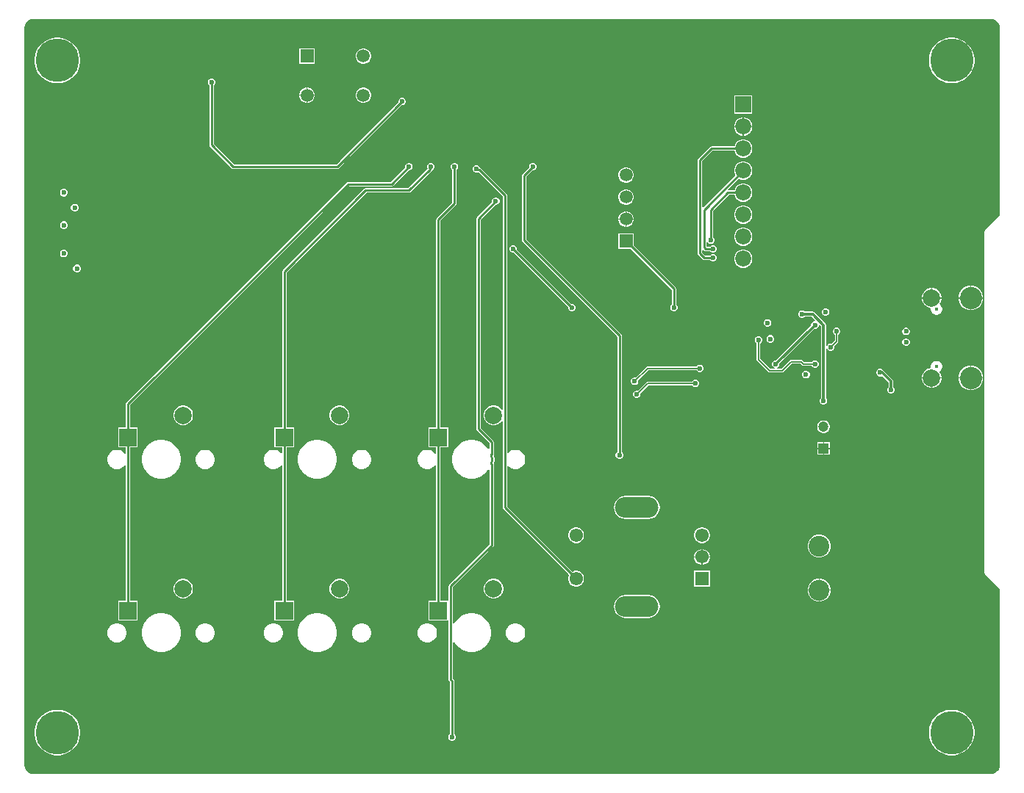
<source format=gbl>
G04*
G04 #@! TF.GenerationSoftware,Altium Limited,Altium Designer,23.1.1 (15)*
G04*
G04 Layer_Physical_Order=2*
G04 Layer_Color=16711680*
%FSLAX44Y44*%
%MOMM*%
G71*
G04*
G04 #@! TF.SameCoordinates,71942028-349F-4B58-9001-873325432457*
G04*
G04*
G04 #@! TF.FilePolarity,Positive*
G04*
G01*
G75*
%ADD14C,0.1500*%
%ADD15C,0.2500*%
%ADD54R,1.2000X1.2000*%
%ADD55C,1.2000*%
G04:AMPARAMS|DCode=59|XSize=2.4mm|YSize=5mm|CornerRadius=1.2mm|HoleSize=0mm|Usage=FLASHONLY|Rotation=90.000|XOffset=0mm|YOffset=0mm|HoleType=Round|Shape=RoundedRectangle|*
%AMROUNDEDRECTD59*
21,1,2.4000,2.6000,0,0,90.0*
21,1,0.0000,5.0000,0,0,90.0*
1,1,2.4000,1.3000,0.0000*
1,1,2.4000,1.3000,0.0000*
1,1,2.4000,-1.3000,0.0000*
1,1,2.4000,-1.3000,0.0000*
%
%ADD59ROUNDEDRECTD59*%
%ADD60C,1.5500*%
%ADD61R,1.5500X1.5500*%
%ADD62C,1.8400*%
%ADD63R,1.8400X1.8400*%
%ADD70C,0.3000*%
%ADD72C,2.5650*%
%ADD73C,2.0000*%
%ADD74C,0.4000*%
%ADD75C,2.4000*%
%ADD76C,1.5000*%
%ADD77R,1.5000X1.5000*%
%ADD78R,2.0000X2.0000*%
%ADD79R,1.5000X1.5000*%
%ADD80C,0.6000*%
%ADD81C,5.0000*%
G36*
X1074800Y822961D02*
X1075850D01*
X1077910Y822551D01*
X1079850Y821748D01*
X1081596Y820581D01*
X1083081Y819096D01*
X1084248Y817350D01*
X1085051Y815410D01*
X1085461Y813350D01*
X1085461Y812300D01*
X1085461Y596470D01*
X1068558Y579567D01*
X1068558Y579567D01*
X1068116Y578905D01*
X1067961Y578125D01*
X1067961Y578125D01*
X1067961Y184375D01*
X1068116Y183595D01*
X1068558Y182933D01*
X1085461Y166030D01*
X1085461Y-37300D01*
Y-38350D01*
X1085051Y-40410D01*
X1084248Y-42350D01*
X1083081Y-44096D01*
X1081596Y-45581D01*
X1079850Y-46748D01*
X1077910Y-47551D01*
X1075850Y-47961D01*
X1074800D01*
X-27300Y-47961D01*
X-28350D01*
X-30410Y-47551D01*
X-32350Y-46748D01*
X-34096Y-45581D01*
X-35581Y-44096D01*
X-36748Y-42350D01*
X-37551Y-40410D01*
X-37961Y-38350D01*
X-37961Y-37300D01*
X-37961Y812300D01*
X-37961Y813350D01*
X-37551Y815410D01*
X-36748Y817350D01*
X-35581Y819096D01*
X-34096Y820581D01*
X-32350Y821748D01*
X-30410Y822551D01*
X-28350Y822961D01*
X-27300Y822961D01*
X1074800Y822961D01*
D02*
G37*
%LPC*%
G36*
X353655Y788770D02*
X351345D01*
X349115Y788172D01*
X347115Y787018D01*
X345482Y785385D01*
X344328Y783385D01*
X343730Y781155D01*
Y778845D01*
X344328Y776615D01*
X345482Y774615D01*
X347115Y772982D01*
X349115Y771828D01*
X351345Y771230D01*
X353655D01*
X355885Y771828D01*
X357885Y772982D01*
X359518Y774615D01*
X360672Y776615D01*
X361270Y778845D01*
Y781155D01*
X360672Y783385D01*
X359518Y785385D01*
X357885Y787018D01*
X355885Y788172D01*
X353655Y788770D01*
D02*
G37*
G36*
X296270D02*
X278730D01*
Y771230D01*
X296270D01*
Y788770D01*
D02*
G37*
G36*
X1032067Y801270D02*
X1027933D01*
X1023848Y800623D01*
X1019916Y799345D01*
X1016232Y797468D01*
X1012886Y795038D01*
X1009962Y792114D01*
X1007532Y788768D01*
X1005655Y785084D01*
X1004377Y781152D01*
X1003730Y777067D01*
Y772933D01*
X1004377Y768848D01*
X1005655Y764916D01*
X1007532Y761232D01*
X1009962Y757886D01*
X1012886Y754962D01*
X1016232Y752532D01*
X1019916Y750655D01*
X1023848Y749377D01*
X1027933Y748730D01*
X1032067D01*
X1036152Y749377D01*
X1040084Y750655D01*
X1043768Y752532D01*
X1047114Y754962D01*
X1050038Y757886D01*
X1052468Y761232D01*
X1054345Y764916D01*
X1055623Y768848D01*
X1056270Y772933D01*
Y777067D01*
X1055623Y781152D01*
X1054345Y785084D01*
X1052468Y788768D01*
X1050038Y792114D01*
X1047114Y795038D01*
X1043768Y797468D01*
X1040084Y799345D01*
X1036152Y800623D01*
X1032067Y801270D01*
D02*
G37*
G36*
X2068D02*
X-2068D01*
X-6152Y800623D01*
X-10084Y799345D01*
X-13769Y797468D01*
X-17114Y795038D01*
X-20038Y792114D01*
X-22468Y788768D01*
X-24345Y785084D01*
X-25623Y781152D01*
X-26270Y777067D01*
Y772933D01*
X-25623Y768848D01*
X-24345Y764916D01*
X-22468Y761232D01*
X-20038Y757886D01*
X-17114Y754962D01*
X-13769Y752532D01*
X-10084Y750655D01*
X-6152Y749377D01*
X-2068Y748730D01*
X2068D01*
X6152Y749377D01*
X10084Y750655D01*
X13769Y752532D01*
X17114Y754962D01*
X20038Y757886D01*
X22468Y761232D01*
X24345Y764916D01*
X25623Y768848D01*
X26270Y772933D01*
Y777067D01*
X25623Y781152D01*
X24345Y785084D01*
X22468Y788768D01*
X20038Y792114D01*
X17114Y795038D01*
X13769Y797468D01*
X10084Y799345D01*
X6152Y800623D01*
X2068Y801270D01*
D02*
G37*
G36*
X288655Y743770D02*
X288135D01*
Y735635D01*
X296270D01*
Y736155D01*
X295672Y738385D01*
X294518Y740385D01*
X292885Y742018D01*
X290885Y743172D01*
X288655Y743770D01*
D02*
G37*
G36*
X286865D02*
X286345D01*
X284115Y743172D01*
X282115Y742018D01*
X280482Y740385D01*
X279328Y738385D01*
X278730Y736155D01*
Y735635D01*
X286865D01*
Y743770D01*
D02*
G37*
G36*
X353655D02*
X351345D01*
X349115Y743172D01*
X347115Y742018D01*
X345482Y740385D01*
X344328Y738385D01*
X343730Y736155D01*
Y733845D01*
X344328Y731615D01*
X345482Y729615D01*
X347115Y727982D01*
X349115Y726828D01*
X351345Y726230D01*
X353655D01*
X355885Y726828D01*
X357885Y727982D01*
X359518Y729615D01*
X360672Y731615D01*
X361270Y733845D01*
Y736155D01*
X360672Y738385D01*
X359518Y740385D01*
X357885Y742018D01*
X355885Y743172D01*
X353655Y743770D01*
D02*
G37*
G36*
X296270Y734365D02*
X288135D01*
Y726230D01*
X288655D01*
X290885Y726828D01*
X292885Y727982D01*
X294518Y729615D01*
X295672Y731615D01*
X296270Y733845D01*
Y734365D01*
D02*
G37*
G36*
X286865D02*
X278730D01*
Y733845D01*
X279328Y731615D01*
X280482Y729615D01*
X282115Y727982D01*
X284115Y726828D01*
X286345Y726230D01*
X286865D01*
Y734365D01*
D02*
G37*
G36*
X800470Y734570D02*
X779530D01*
Y713630D01*
X800470D01*
Y734570D01*
D02*
G37*
G36*
X791378Y709170D02*
X790635D01*
Y699335D01*
X800470D01*
Y700078D01*
X799756Y702741D01*
X798378Y705129D01*
X796429Y707078D01*
X794041Y708456D01*
X791378Y709170D01*
D02*
G37*
G36*
X789365D02*
X788622D01*
X785959Y708456D01*
X783571Y707078D01*
X781622Y705129D01*
X780244Y702741D01*
X779530Y700078D01*
Y699335D01*
X789365D01*
Y709170D01*
D02*
G37*
G36*
X800470Y698065D02*
X790635D01*
Y688230D01*
X791378D01*
X794041Y688943D01*
X796429Y690322D01*
X798378Y692271D01*
X799756Y694659D01*
X800470Y697322D01*
Y698065D01*
D02*
G37*
G36*
X789365D02*
X779530D01*
Y697322D01*
X780244Y694659D01*
X781622Y692271D01*
X783571Y690322D01*
X785959Y688943D01*
X788622Y688230D01*
X789365D01*
Y698065D01*
D02*
G37*
G36*
X791378Y683770D02*
X788622D01*
X785959Y683056D01*
X783571Y681678D01*
X781622Y679729D01*
X780244Y677341D01*
X779849Y675869D01*
X753300D01*
X752317Y675674D01*
X751483Y675117D01*
X738183Y661817D01*
X737626Y660983D01*
X737431Y660000D01*
Y552500D01*
X737626Y551517D01*
X738183Y550683D01*
X743183Y545683D01*
X744017Y545126D01*
X745000Y544931D01*
X751531D01*
X752581Y543880D01*
X754151Y543230D01*
X755849D01*
X757419Y543880D01*
X758620Y545081D01*
X759270Y546651D01*
Y548349D01*
X758620Y549919D01*
X757419Y551120D01*
X755849Y551770D01*
X754151D01*
X752581Y551120D01*
X751531Y550069D01*
X746064D01*
X742569Y553564D01*
Y555965D01*
X743839Y556492D01*
X744648Y555683D01*
X745481Y555126D01*
X746464Y554931D01*
X751531D01*
X752581Y553880D01*
X754151Y553230D01*
X755849D01*
X757419Y553880D01*
X758620Y555081D01*
X759270Y556651D01*
Y558349D01*
X758620Y559919D01*
X757419Y561120D01*
X755849Y561770D01*
X754151D01*
X752581Y561120D01*
X751531Y560069D01*
X747569D01*
Y564927D01*
X748839Y565180D01*
X748880Y565081D01*
X750081Y563880D01*
X751651Y563230D01*
X753349D01*
X754919Y563880D01*
X756120Y565081D01*
X756770Y566651D01*
Y568349D01*
X756120Y569919D01*
X755069Y570969D01*
Y601436D01*
X773564Y619931D01*
X779849D01*
X780244Y618459D01*
X781622Y616071D01*
X783571Y614122D01*
X785959Y612743D01*
X788622Y612030D01*
X791378D01*
X794041Y612743D01*
X796429Y614122D01*
X798378Y616071D01*
X799756Y618459D01*
X800470Y621122D01*
Y623878D01*
X799756Y626541D01*
X798378Y628929D01*
X796429Y630878D01*
X794041Y632257D01*
X791378Y632970D01*
X788622D01*
X785959Y632257D01*
X783571Y630878D01*
X781622Y628929D01*
X780244Y626541D01*
X779849Y625069D01*
X772599D01*
X772404Y625297D01*
X771998Y626264D01*
X784639Y638905D01*
X785959Y638144D01*
X788622Y637430D01*
X791378D01*
X794041Y638144D01*
X796429Y639522D01*
X798378Y641471D01*
X799756Y643859D01*
X800470Y646522D01*
Y649278D01*
X799756Y651941D01*
X798378Y654329D01*
X796429Y656278D01*
X794041Y657656D01*
X791378Y658370D01*
X788622D01*
X785959Y657656D01*
X783571Y656278D01*
X781622Y654329D01*
X780244Y651941D01*
X779530Y649278D01*
Y646522D01*
X780244Y643859D01*
X781005Y642539D01*
X743839Y605373D01*
X742569Y605899D01*
Y658936D01*
X754364Y670731D01*
X779849D01*
X780244Y669259D01*
X781622Y666871D01*
X783571Y664922D01*
X785959Y663543D01*
X788622Y662830D01*
X791378D01*
X794041Y663543D01*
X796429Y664922D01*
X798378Y666871D01*
X799756Y669259D01*
X800470Y671922D01*
Y674678D01*
X799756Y677341D01*
X798378Y679729D01*
X796429Y681678D01*
X794041Y683056D01*
X791378Y683770D01*
D02*
G37*
G36*
X178349Y754270D02*
X176651D01*
X175081Y753620D01*
X173880Y752419D01*
X173230Y750849D01*
Y749151D01*
X173880Y747581D01*
X174931Y746531D01*
Y677500D01*
X175126Y676517D01*
X175683Y675683D01*
X200683Y650683D01*
X201517Y650126D01*
X202500Y649931D01*
X322500D01*
X323483Y650126D01*
X324317Y650683D01*
X329317Y655683D01*
X329874Y656517D01*
X329883Y656563D01*
X396550Y723230D01*
X398036D01*
X399605Y723880D01*
X400806Y725081D01*
X401456Y726651D01*
Y728349D01*
X400806Y729919D01*
X399605Y731120D01*
X398036Y731770D01*
X396337D01*
X394767Y731120D01*
X393566Y729919D01*
X392916Y728349D01*
Y726864D01*
X325683Y659631D01*
X325126Y658797D01*
X325117Y658751D01*
X321436Y655069D01*
X203564D01*
X180069Y678564D01*
Y746531D01*
X181120Y747581D01*
X181770Y749151D01*
Y750849D01*
X181120Y752419D01*
X179919Y753620D01*
X178349Y754270D01*
D02*
G37*
G36*
X656155Y651670D02*
X653845D01*
X651615Y651072D01*
X649615Y649918D01*
X647982Y648285D01*
X646828Y646285D01*
X646230Y644055D01*
Y641745D01*
X646828Y639515D01*
X647982Y637515D01*
X649615Y635882D01*
X651615Y634728D01*
X653845Y634130D01*
X656155D01*
X658385Y634728D01*
X660385Y635882D01*
X662018Y637515D01*
X663172Y639515D01*
X663770Y641745D01*
Y644055D01*
X663172Y646285D01*
X662018Y648285D01*
X660385Y649918D01*
X658385Y651072D01*
X656155Y651670D01*
D02*
G37*
G36*
X8395Y627000D02*
X6605D01*
X4951Y626315D01*
X3685Y625049D01*
X3000Y623395D01*
Y621605D01*
X3685Y619951D01*
X4951Y618685D01*
X6605Y618000D01*
X8395D01*
X10049Y618685D01*
X11315Y619951D01*
X12000Y621605D01*
Y623395D01*
X11315Y625049D01*
X10049Y626315D01*
X8395Y627000D01*
D02*
G37*
G36*
X656155Y626270D02*
X653845D01*
X651615Y625672D01*
X649615Y624518D01*
X647982Y622885D01*
X646828Y620885D01*
X646230Y618655D01*
Y616345D01*
X646828Y614115D01*
X647982Y612115D01*
X649615Y610482D01*
X651615Y609328D01*
X653845Y608730D01*
X656155D01*
X658385Y609328D01*
X660385Y610482D01*
X662018Y612115D01*
X663172Y614115D01*
X663770Y616345D01*
Y618655D01*
X663172Y620885D01*
X662018Y622885D01*
X660385Y624518D01*
X658385Y625672D01*
X656155Y626270D01*
D02*
G37*
G36*
X20895Y609599D02*
X19105D01*
X17451Y608914D01*
X16185Y607648D01*
X15500Y605994D01*
Y604204D01*
X16185Y602550D01*
X17451Y601284D01*
X19105Y600599D01*
X20895D01*
X22549Y601284D01*
X23815Y602550D01*
X24500Y604204D01*
Y605994D01*
X23815Y607648D01*
X22549Y608914D01*
X20895Y609599D01*
D02*
G37*
G36*
X656155Y600870D02*
X655635D01*
Y592735D01*
X663770D01*
Y593255D01*
X663172Y595485D01*
X662018Y597485D01*
X660385Y599118D01*
X658385Y600272D01*
X656155Y600870D01*
D02*
G37*
G36*
X654365D02*
X653845D01*
X651615Y600272D01*
X649615Y599118D01*
X647982Y597485D01*
X646828Y595485D01*
X646230Y593255D01*
Y592735D01*
X654365D01*
Y600870D01*
D02*
G37*
G36*
X791378Y607570D02*
X788622D01*
X785959Y606856D01*
X783571Y605478D01*
X781622Y603529D01*
X780244Y601141D01*
X779530Y598478D01*
Y595722D01*
X780244Y593059D01*
X781622Y590671D01*
X783571Y588722D01*
X785959Y587343D01*
X788622Y586630D01*
X791378D01*
X794041Y587343D01*
X796429Y588722D01*
X798378Y590671D01*
X799756Y593059D01*
X800470Y595722D01*
Y598478D01*
X799756Y601141D01*
X798378Y603529D01*
X796429Y605478D01*
X794041Y606856D01*
X791378Y607570D01*
D02*
G37*
G36*
X663770Y591465D02*
X655635D01*
Y583330D01*
X656155D01*
X658385Y583928D01*
X660385Y585082D01*
X662018Y586715D01*
X663172Y588715D01*
X663770Y590945D01*
Y591465D01*
D02*
G37*
G36*
X654365D02*
X646230D01*
Y590945D01*
X646828Y588715D01*
X647982Y586715D01*
X649615Y585082D01*
X651615Y583928D01*
X653845Y583330D01*
X654365D01*
Y591465D01*
D02*
G37*
G36*
X8395Y589500D02*
X6605D01*
X4951Y588815D01*
X3685Y587549D01*
X3000Y585895D01*
Y584105D01*
X3685Y582451D01*
X4951Y581185D01*
X6605Y580500D01*
X8395D01*
X10049Y581185D01*
X11315Y582451D01*
X12000Y584105D01*
Y585895D01*
X11315Y587549D01*
X10049Y588815D01*
X8395Y589500D01*
D02*
G37*
G36*
X791378Y582170D02*
X788622D01*
X785959Y581456D01*
X783571Y580078D01*
X781622Y578129D01*
X780244Y575741D01*
X779530Y573078D01*
Y570322D01*
X780244Y567659D01*
X781622Y565271D01*
X783571Y563322D01*
X785959Y561944D01*
X788622Y561230D01*
X791378D01*
X794041Y561944D01*
X796429Y563322D01*
X798378Y565271D01*
X799756Y567659D01*
X800470Y570322D01*
Y573078D01*
X799756Y575741D01*
X798378Y578129D01*
X796429Y580078D01*
X794041Y581456D01*
X791378Y582170D01*
D02*
G37*
G36*
X8395Y557000D02*
X6605D01*
X4951Y556315D01*
X3685Y555049D01*
X3000Y553395D01*
Y551605D01*
X3685Y549951D01*
X4951Y548685D01*
X6605Y548000D01*
X8395D01*
X10049Y548685D01*
X11315Y549951D01*
X12000Y551605D01*
Y553395D01*
X11315Y555049D01*
X10049Y556315D01*
X8395Y557000D01*
D02*
G37*
G36*
X791378Y556770D02*
X788622D01*
X785959Y556057D01*
X783571Y554678D01*
X781622Y552729D01*
X780244Y550341D01*
X779530Y547678D01*
Y544922D01*
X780244Y542259D01*
X781622Y539871D01*
X783571Y537922D01*
X785959Y536544D01*
X788622Y535830D01*
X791378D01*
X794041Y536544D01*
X796429Y537922D01*
X798378Y539871D01*
X799756Y542259D01*
X800470Y544922D01*
Y547678D01*
X799756Y550341D01*
X798378Y552729D01*
X796429Y554678D01*
X794041Y556057D01*
X791378Y556770D01*
D02*
G37*
G36*
X23395Y539500D02*
X21605D01*
X19951Y538815D01*
X18685Y537549D01*
X18000Y535895D01*
Y534105D01*
X18685Y532451D01*
X19951Y531185D01*
X21605Y530500D01*
X23395D01*
X25049Y531185D01*
X26315Y532451D01*
X27000Y534105D01*
Y535895D01*
X26315Y537549D01*
X25049Y538815D01*
X23395Y539500D01*
D02*
G37*
G36*
X1008484Y512370D02*
X1007636D01*
Y501735D01*
X1018271D01*
Y502584D01*
X1017503Y505450D01*
X1016019Y508020D01*
X1013921Y510118D01*
X1011351Y511602D01*
X1008484Y512370D01*
D02*
G37*
G36*
X1006366D02*
X1005517D01*
X1002651Y511602D01*
X1000081Y510118D01*
X997982Y508020D01*
X996499Y505450D01*
X995731Y502584D01*
Y501735D01*
X1006366D01*
Y512370D01*
D02*
G37*
G36*
X1053856Y515195D02*
X1052636D01*
Y501735D01*
X1066096D01*
Y502956D01*
X1065135Y506540D01*
X1063279Y509755D01*
X1060655Y512379D01*
X1057441Y514235D01*
X1053856Y515195D01*
D02*
G37*
G36*
X1051366D02*
X1050145D01*
X1046560Y514235D01*
X1043346Y512379D01*
X1040722Y509755D01*
X1038866Y506540D01*
X1037906Y502956D01*
Y501735D01*
X1051366D01*
Y515195D01*
D02*
G37*
G36*
X1066096Y500465D02*
X1052636D01*
Y487005D01*
X1053856D01*
X1057441Y487966D01*
X1060655Y489821D01*
X1063279Y492446D01*
X1065135Y495660D01*
X1066096Y499244D01*
Y500465D01*
D02*
G37*
G36*
X1051366D02*
X1037906D01*
Y499244D01*
X1038866Y495660D01*
X1040722Y492446D01*
X1043346Y489821D01*
X1046560Y487966D01*
X1050145Y487005D01*
X1051366D01*
Y500465D01*
D02*
G37*
G36*
X663770Y575470D02*
X646230D01*
Y557930D01*
X660136D01*
X707431Y510636D01*
Y493469D01*
X706380Y492419D01*
X705730Y490849D01*
Y489151D01*
X706380Y487581D01*
X707581Y486380D01*
X709151Y485730D01*
X710849D01*
X712419Y486380D01*
X713620Y487581D01*
X714270Y489151D01*
Y490849D01*
X713620Y492419D01*
X712569Y493469D01*
Y511700D01*
X712374Y512683D01*
X711817Y513517D01*
X663770Y561564D01*
Y575470D01*
D02*
G37*
G36*
X525849Y561770D02*
X524151D01*
X522581Y561120D01*
X521380Y559919D01*
X520730Y558349D01*
Y556651D01*
X521380Y555081D01*
X522581Y553880D01*
X524151Y553230D01*
X525636D01*
X588230Y490636D01*
Y489151D01*
X588880Y487581D01*
X590081Y486380D01*
X591651Y485730D01*
X593349D01*
X594919Y486380D01*
X596120Y487581D01*
X596770Y489151D01*
Y490849D01*
X596120Y492419D01*
X594919Y493620D01*
X593349Y494270D01*
X591864D01*
X529270Y556864D01*
Y558349D01*
X528620Y559919D01*
X527419Y561120D01*
X525849Y561770D01*
D02*
G37*
G36*
X1018271Y500465D02*
X1007001D01*
X995731D01*
Y499616D01*
X996499Y496750D01*
X997982Y494180D01*
X1000081Y492082D01*
X1002651Y490598D01*
X1005078Y489948D01*
X1006101Y488856D01*
Y487144D01*
X1006544Y485491D01*
X1007399Y484009D01*
X1008610Y482799D01*
X1010092Y481943D01*
X1011745Y481500D01*
X1013456D01*
X1015110Y481943D01*
X1016592Y482799D01*
X1017802Y484009D01*
X1018658Y485491D01*
X1019101Y487144D01*
Y488856D01*
X1018658Y490509D01*
X1017802Y491991D01*
X1016714Y493079D01*
X1016579Y493293D01*
X1016373Y494794D01*
X1017503Y496750D01*
X1018271Y499616D01*
Y500465D01*
D02*
G37*
G36*
X885849Y489270D02*
X884151D01*
X882581Y488620D01*
X881380Y487419D01*
X880730Y485849D01*
Y484151D01*
X881380Y482581D01*
X882581Y481380D01*
X884151Y480730D01*
X885849D01*
X887419Y481380D01*
X888620Y482581D01*
X889270Y484151D01*
Y485849D01*
X888620Y487419D01*
X887419Y488620D01*
X885849Y489270D01*
D02*
G37*
G36*
X818996Y476770D02*
X817297D01*
X815728Y476120D01*
X814527Y474919D01*
X813876Y473349D01*
Y471651D01*
X814527Y470081D01*
X815728Y468880D01*
X817297Y468230D01*
X818996D01*
X820565Y468880D01*
X821766Y470081D01*
X822416Y471651D01*
Y473349D01*
X821766Y474919D01*
X820565Y476120D01*
X818996Y476770D01*
D02*
G37*
G36*
X978349Y466770D02*
X976651D01*
X975081Y466120D01*
X973880Y464919D01*
X973230Y463349D01*
Y461651D01*
X973880Y460081D01*
X975081Y458880D01*
X976651Y458230D01*
X978349D01*
X979919Y458880D01*
X981120Y460081D01*
X981770Y461651D01*
Y463349D01*
X981120Y464919D01*
X979919Y466120D01*
X978349Y466770D01*
D02*
G37*
G36*
X822105Y458214D02*
X820315D01*
X818661Y457529D01*
X817395Y456263D01*
X816710Y454609D01*
Y452819D01*
X817395Y451165D01*
X818661Y449899D01*
X820315Y449214D01*
X822105D01*
X823759Y449899D01*
X825025Y451165D01*
X825710Y452819D01*
Y454609D01*
X825025Y456263D01*
X823759Y457529D01*
X822105Y458214D01*
D02*
G37*
G36*
X978349Y454270D02*
X976651D01*
X975081Y453620D01*
X973880Y452419D01*
X973230Y450849D01*
Y449151D01*
X973880Y447581D01*
X975081Y446380D01*
X976651Y445730D01*
X978349D01*
X979919Y446380D01*
X981120Y447581D01*
X981770Y449151D01*
Y450849D01*
X981120Y452419D01*
X979919Y453620D01*
X978349Y454270D01*
D02*
G37*
G36*
X858349Y486770D02*
X856651D01*
X855081Y486120D01*
X853880Y484919D01*
X853230Y483349D01*
Y481651D01*
X853880Y480081D01*
X855081Y478880D01*
X856651Y478230D01*
X858349D01*
X859919Y478880D01*
X860714Y479676D01*
X868830D01*
X872966Y475540D01*
X872440Y474270D01*
X871651D01*
X870081Y473620D01*
X868880Y472419D01*
X868230Y470849D01*
Y469724D01*
X827776Y429270D01*
X826651D01*
X825081Y428620D01*
X823880Y427419D01*
X823230Y425849D01*
Y424151D01*
X823880Y422581D01*
X825081Y421380D01*
X826410Y420830D01*
X826158Y419560D01*
X820853D01*
X809560Y430853D01*
Y448731D01*
X809919Y448880D01*
X811120Y450081D01*
X811770Y451651D01*
Y453349D01*
X811120Y454919D01*
X809919Y456120D01*
X808349Y456770D01*
X806651D01*
X805081Y456120D01*
X803880Y454919D01*
X803230Y453349D01*
Y451651D01*
X803880Y450081D01*
X805081Y448880D01*
X805441Y448731D01*
Y430000D01*
X805597Y429212D01*
X806044Y428544D01*
X818544Y416044D01*
X819212Y415597D01*
X820000Y415440D01*
X835000D01*
X835788Y415597D01*
X836456Y416044D01*
X845853Y425440D01*
X856038D01*
X857935Y423544D01*
X857935Y423544D01*
X858603Y423097D01*
X859391Y422940D01*
X859391Y422940D01*
X868731D01*
X868880Y422581D01*
X870081Y421380D01*
X871651Y420730D01*
X873349D01*
X874919Y421380D01*
X876120Y422581D01*
X876770Y424151D01*
Y425849D01*
X876120Y427419D01*
X874919Y428620D01*
X873349Y429270D01*
X871651D01*
X870081Y428620D01*
X868880Y427419D01*
X868731Y427060D01*
X860244D01*
X858347Y428956D01*
X857679Y429403D01*
X856891Y429560D01*
X845000D01*
X844212Y429403D01*
X843544Y428956D01*
X834147Y419560D01*
X828842D01*
X828590Y420830D01*
X829919Y421380D01*
X831120Y422581D01*
X831770Y424151D01*
Y425276D01*
X872224Y465730D01*
X873349D01*
X874919Y466380D01*
X876120Y467581D01*
X876770Y469151D01*
Y469940D01*
X878040Y470466D01*
X879676Y468830D01*
Y385714D01*
X878880Y384919D01*
X878230Y383349D01*
Y381651D01*
X878880Y380081D01*
X880081Y378880D01*
X881651Y378230D01*
X883349D01*
X884919Y378880D01*
X886120Y380081D01*
X886770Y381651D01*
Y383349D01*
X886120Y384919D01*
X885324Y385714D01*
Y442678D01*
X886594Y442930D01*
X886979Y442003D01*
X888180Y440802D01*
X889749Y440151D01*
X891448D01*
X893017Y440802D01*
X894218Y442003D01*
X894868Y443572D01*
Y445271D01*
X894720Y445630D01*
X898956Y449867D01*
X899403Y450535D01*
X899559Y451323D01*
Y458731D01*
X899919Y458880D01*
X901120Y460081D01*
X901770Y461651D01*
Y463349D01*
X901120Y464919D01*
X899919Y466120D01*
X898349Y466770D01*
X896651D01*
X895081Y466120D01*
X893880Y464919D01*
X893230Y463349D01*
Y461651D01*
X893880Y460081D01*
X895081Y458880D01*
X895440Y458731D01*
Y452176D01*
X891807Y448543D01*
X891448Y448691D01*
X889749D01*
X888180Y448041D01*
X886979Y446840D01*
X886594Y445913D01*
X885324Y446165D01*
Y470000D01*
X885109Y471081D01*
X884497Y471997D01*
X884497Y471997D01*
X871997Y484497D01*
X871081Y485109D01*
X870000Y485324D01*
X870000Y485324D01*
X860714D01*
X859919Y486120D01*
X858349Y486770D01*
D02*
G37*
G36*
X740849Y424270D02*
X739151D01*
X737581Y423620D01*
X736380Y422419D01*
X736231Y422060D01*
X680000D01*
X679212Y421903D01*
X678544Y421456D01*
X666208Y409121D01*
X665849Y409270D01*
X664151D01*
X662581Y408620D01*
X661380Y407419D01*
X660730Y405849D01*
Y404151D01*
X661380Y402581D01*
X662581Y401380D01*
X664151Y400730D01*
X665849D01*
X667419Y401380D01*
X668620Y402581D01*
X669270Y404151D01*
Y405849D01*
X669121Y406208D01*
X680853Y417940D01*
X736231D01*
X736380Y417581D01*
X737581Y416380D01*
X739151Y415730D01*
X740849D01*
X742419Y416380D01*
X743620Y417581D01*
X744270Y419151D01*
Y420849D01*
X743620Y422419D01*
X742419Y423620D01*
X740849Y424270D01*
D02*
G37*
G36*
X1013456Y428500D02*
X1011745D01*
X1010092Y428057D01*
X1008610Y427201D01*
X1007399Y425991D01*
X1006544Y424509D01*
X1006101Y422856D01*
Y421144D01*
X1005078Y420053D01*
X1002651Y419402D01*
X1000081Y417918D01*
X997982Y415820D01*
X996499Y413250D01*
X995731Y410384D01*
Y409535D01*
X1007001D01*
X1018271D01*
Y410384D01*
X1017503Y413250D01*
X1016373Y415206D01*
X1016579Y416708D01*
X1016714Y416921D01*
X1017802Y418009D01*
X1018658Y419491D01*
X1019101Y421144D01*
Y422856D01*
X1018658Y424509D01*
X1017802Y425991D01*
X1016592Y427201D01*
X1015110Y428057D01*
X1013456Y428500D01*
D02*
G37*
G36*
X1053856Y422995D02*
X1052636D01*
Y409535D01*
X1066096D01*
Y410756D01*
X1065135Y414341D01*
X1063279Y417555D01*
X1060655Y420179D01*
X1057441Y422034D01*
X1053856Y422995D01*
D02*
G37*
G36*
X1051366D02*
X1050145D01*
X1046560Y422034D01*
X1043346Y420179D01*
X1040722Y417555D01*
X1038866Y414341D01*
X1037906Y410756D01*
Y409535D01*
X1051366D01*
Y422995D01*
D02*
G37*
G36*
X863145Y417250D02*
X861355D01*
X859701Y416565D01*
X858435Y415299D01*
X857750Y413645D01*
Y411855D01*
X858435Y410201D01*
X859701Y408935D01*
X861355Y408250D01*
X863145D01*
X864799Y408935D01*
X866065Y410201D01*
X866750Y411855D01*
Y413645D01*
X866065Y415299D01*
X864799Y416565D01*
X863145Y417250D01*
D02*
G37*
G36*
X735849Y406770D02*
X734151D01*
X732581Y406120D01*
X731380Y404919D01*
X731231Y404560D01*
X680000D01*
X679212Y404403D01*
X678544Y403956D01*
X668708Y394121D01*
X668349Y394270D01*
X666651D01*
X665081Y393620D01*
X663880Y392419D01*
X663230Y390849D01*
Y389151D01*
X663880Y387581D01*
X665081Y386380D01*
X666651Y385730D01*
X668349D01*
X669919Y386380D01*
X671120Y387581D01*
X671770Y389151D01*
Y390849D01*
X671621Y391208D01*
X680853Y400440D01*
X731231D01*
X731380Y400081D01*
X732581Y398880D01*
X734151Y398230D01*
X735849D01*
X737419Y398880D01*
X738620Y400081D01*
X739270Y401651D01*
Y403349D01*
X738620Y404919D01*
X737419Y406120D01*
X735849Y406770D01*
D02*
G37*
G36*
X1018271Y408265D02*
X1007636D01*
Y397630D01*
X1008484D01*
X1011351Y398398D01*
X1013921Y399882D01*
X1016019Y401980D01*
X1017503Y404550D01*
X1018271Y407416D01*
Y408265D01*
D02*
G37*
G36*
X1006366D02*
X995731D01*
Y407416D01*
X996499Y404550D01*
X997982Y401980D01*
X1000081Y399882D01*
X1002651Y398398D01*
X1005517Y397630D01*
X1006366D01*
Y408265D01*
D02*
G37*
G36*
X1066096Y408265D02*
X1052636D01*
Y394805D01*
X1053856D01*
X1057441Y395766D01*
X1060655Y397621D01*
X1063279Y400246D01*
X1065135Y403460D01*
X1066096Y407044D01*
Y408265D01*
D02*
G37*
G36*
X1051366D02*
X1037906D01*
Y407044D01*
X1038866Y403460D01*
X1040722Y400246D01*
X1043346Y397621D01*
X1046560Y395766D01*
X1050145Y394805D01*
X1051366D01*
Y408265D01*
D02*
G37*
G36*
X948349Y419270D02*
X946651D01*
X945081Y418620D01*
X943880Y417419D01*
X943230Y415849D01*
Y414151D01*
X943880Y412581D01*
X945081Y411380D01*
X946651Y410730D01*
X948349D01*
X949712Y411294D01*
X957176Y403830D01*
Y398214D01*
X956380Y397419D01*
X955730Y395849D01*
Y394151D01*
X956380Y392581D01*
X957581Y391380D01*
X959151Y390730D01*
X960849D01*
X962419Y391380D01*
X963620Y392581D01*
X964270Y394151D01*
Y395849D01*
X963620Y397419D01*
X962824Y398214D01*
Y405000D01*
X962824Y405000D01*
X962609Y406081D01*
X961997Y406997D01*
X951997Y416997D01*
X951081Y417609D01*
X950892Y417647D01*
X949919Y418620D01*
X948349Y419270D01*
D02*
G37*
G36*
X483349Y654270D02*
X481651D01*
X480081Y653620D01*
X478880Y652419D01*
X478230Y650849D01*
Y649151D01*
X478880Y647581D01*
X480081Y646380D01*
X481651Y645730D01*
X483349D01*
X484919Y646380D01*
X484953Y646414D01*
X512971Y618395D01*
Y372568D01*
X511701Y372228D01*
X511418Y372719D01*
X509319Y374817D01*
X506749Y376301D01*
X503883Y377069D01*
X500916D01*
X498049Y376301D01*
X495479Y374817D01*
X493381Y372719D01*
X491897Y370149D01*
X491129Y367282D01*
Y364315D01*
X491897Y361449D01*
X493381Y358879D01*
X495479Y356780D01*
X498049Y355297D01*
X500916Y354529D01*
X503883D01*
X506749Y355297D01*
X509319Y356780D01*
X511418Y358879D01*
X511701Y359370D01*
X512971Y359029D01*
Y259460D01*
X513167Y258476D01*
X513723Y257643D01*
X589567Y181800D01*
X589095Y180982D01*
X588480Y178687D01*
Y176313D01*
X589095Y174018D01*
X590282Y171962D01*
X591962Y170282D01*
X594018Y169095D01*
X596312Y168480D01*
X598687D01*
X600981Y169095D01*
X603038Y170282D01*
X604718Y171962D01*
X605905Y174018D01*
X606520Y176313D01*
Y178687D01*
X605905Y180982D01*
X604718Y183038D01*
X603038Y184718D01*
X600981Y185905D01*
X598687Y186520D01*
X596312D01*
X594018Y185905D01*
X593200Y185433D01*
X518110Y260524D01*
Y307323D01*
X519380Y307849D01*
X521040Y306189D01*
X523550Y304740D01*
X526350Y303990D01*
X529249D01*
X532049Y304740D01*
X534559Y306189D01*
X536609Y308239D01*
X538058Y310749D01*
X538808Y313549D01*
Y316448D01*
X538058Y319248D01*
X536609Y321758D01*
X534559Y323808D01*
X532049Y325257D01*
X529249Y326008D01*
X526350D01*
X523550Y325257D01*
X521040Y323808D01*
X519380Y322148D01*
X518110Y322674D01*
Y619460D01*
X517914Y620443D01*
X517357Y621277D01*
X487486Y651147D01*
X486653Y651704D01*
X486395Y651756D01*
X486120Y652419D01*
X484919Y653620D01*
X483349Y654270D01*
D02*
G37*
G36*
X326383Y377069D02*
X323416D01*
X320550Y376301D01*
X317980Y374817D01*
X315882Y372719D01*
X314398Y370149D01*
X313630Y367282D01*
Y364315D01*
X314398Y361449D01*
X315882Y358879D01*
X317980Y356780D01*
X320550Y355297D01*
X323416Y354529D01*
X326383D01*
X329250Y355297D01*
X331820Y356780D01*
X333918Y358879D01*
X335402Y361449D01*
X336170Y364315D01*
Y367282D01*
X335402Y370149D01*
X333918Y372719D01*
X331820Y374817D01*
X329250Y376301D01*
X326383Y377069D01*
D02*
G37*
G36*
X146384D02*
X143416D01*
X140550Y376301D01*
X137980Y374817D01*
X135882Y372719D01*
X134398Y370149D01*
X133630Y367282D01*
Y364315D01*
X134398Y361449D01*
X135882Y358879D01*
X137980Y356780D01*
X140550Y355297D01*
X143416Y354529D01*
X146384D01*
X149250Y355297D01*
X151820Y356780D01*
X153918Y358879D01*
X155402Y361449D01*
X156170Y364315D01*
Y367282D01*
X155402Y370149D01*
X153918Y372719D01*
X151820Y374817D01*
X149250Y376301D01*
X146384Y377069D01*
D02*
G37*
G36*
X883457Y359770D02*
X881543D01*
X879694Y359274D01*
X878036Y358317D01*
X876683Y356964D01*
X875725Y355306D01*
X875230Y353457D01*
Y351543D01*
X875725Y349694D01*
X876683Y348036D01*
X878036Y346683D01*
X879694Y345725D01*
X881543Y345230D01*
X883457D01*
X885306Y345725D01*
X886964Y346683D01*
X888317Y348036D01*
X889275Y349694D01*
X889770Y351543D01*
Y353457D01*
X889275Y355306D01*
X888317Y356964D01*
X886964Y358317D01*
X885306Y359274D01*
X883457Y359770D01*
D02*
G37*
G36*
X889770Y334770D02*
X883135D01*
Y328135D01*
X889770D01*
Y334770D01*
D02*
G37*
G36*
X881865D02*
X875230D01*
Y328135D01*
X881865D01*
Y334770D01*
D02*
G37*
G36*
X458349Y656770D02*
X456651D01*
X455081Y656120D01*
X453880Y654919D01*
X453230Y653349D01*
Y651651D01*
X453880Y650081D01*
X454931Y649031D01*
Y611064D01*
X437082Y593216D01*
X436526Y592383D01*
X436330Y591399D01*
Y351669D01*
X427629D01*
Y329129D01*
X436330D01*
Y321923D01*
X435103Y321595D01*
X435009Y321758D01*
X432959Y323808D01*
X430449Y325257D01*
X427649Y326008D01*
X424750D01*
X421950Y325257D01*
X419440Y323808D01*
X417390Y321758D01*
X415941Y319248D01*
X415190Y316448D01*
Y313549D01*
X415941Y310749D01*
X417390Y308239D01*
X419440Y306189D01*
X421950Y304740D01*
X424750Y303990D01*
X427649D01*
X430449Y304740D01*
X432959Y306189D01*
X435009Y308239D01*
X435103Y308403D01*
X436330Y308074D01*
Y151669D01*
X427629D01*
Y129129D01*
X449471D01*
X450169Y129129D01*
X450741Y128096D01*
Y60974D01*
X450937Y59991D01*
X451493Y59157D01*
X451931Y58720D01*
Y-1205D01*
X450685Y-2451D01*
X450000Y-4105D01*
Y-5895D01*
X450685Y-7549D01*
X451951Y-8815D01*
X453605Y-9500D01*
X455395D01*
X457049Y-8815D01*
X458315Y-7549D01*
X459000Y-5895D01*
Y-4105D01*
X458315Y-2451D01*
X457069Y-1205D01*
Y59784D01*
X456874Y60767D01*
X456317Y61601D01*
X455880Y62038D01*
Y103948D01*
X457063Y104333D01*
X457150Y104317D01*
X459570Y100695D01*
X462695Y97569D01*
X466370Y95113D01*
X470454Y93422D01*
X474789Y92560D01*
X479209D01*
X483545Y93422D01*
X487628Y95113D01*
X491303Y97569D01*
X494429Y100695D01*
X496884Y104370D01*
X498576Y108454D01*
X499438Y112789D01*
Y117209D01*
X498576Y121544D01*
X496884Y125627D01*
X494429Y129303D01*
X491303Y132428D01*
X487628Y134884D01*
X483545Y136575D01*
X479209Y137438D01*
X474789D01*
X470454Y136575D01*
X466370Y134884D01*
X462695Y132428D01*
X459570Y129303D01*
X457150Y125681D01*
X457063Y125664D01*
X455880Y126049D01*
Y168139D01*
X501817Y214076D01*
X502374Y214910D01*
X502569Y215893D01*
Y309004D01*
X502829Y309861D01*
X503335Y314999D01*
X502829Y320136D01*
X502569Y320993D01*
Y335000D01*
X502374Y335983D01*
X501817Y336817D01*
X501085Y337549D01*
X487569Y351064D01*
Y591436D01*
X504364Y608230D01*
X505849D01*
X507419Y608880D01*
X508620Y610081D01*
X509270Y611651D01*
Y613349D01*
X508620Y614919D01*
X507419Y616120D01*
X505849Y616770D01*
X504151D01*
X502581Y616120D01*
X501380Y614919D01*
X500730Y613349D01*
Y611864D01*
X483183Y594317D01*
X482626Y593483D01*
X482431Y592500D01*
Y350000D01*
X482626Y349017D01*
X483183Y348183D01*
X497431Y333936D01*
Y327096D01*
X496161Y326711D01*
X494429Y329303D01*
X491303Y332428D01*
X487628Y334884D01*
X483545Y336575D01*
X479209Y337438D01*
X474789D01*
X470454Y336575D01*
X466371Y334884D01*
X462695Y332428D01*
X459570Y329303D01*
X457114Y325628D01*
X455423Y321544D01*
X454560Y317209D01*
Y312789D01*
X455423Y308454D01*
X457114Y304370D01*
X459570Y300695D01*
X462695Y297569D01*
X466371Y295114D01*
X470454Y293422D01*
X474789Y292560D01*
X479209D01*
X483545Y293422D01*
X487628Y295114D01*
X491303Y297569D01*
X494429Y300695D01*
X496161Y303286D01*
X497431Y302901D01*
Y216957D01*
X451493Y171020D01*
X450937Y170187D01*
X450741Y169203D01*
Y152702D01*
X450169Y151669D01*
X449471Y151669D01*
X441469D01*
Y329129D01*
X450169D01*
Y351669D01*
X441469D01*
Y590335D01*
X459317Y608183D01*
X459874Y609017D01*
X460069Y610000D01*
Y649031D01*
X461120Y650081D01*
X461770Y651651D01*
Y653349D01*
X461120Y654919D01*
X459919Y656120D01*
X458349Y656770D01*
D02*
G37*
G36*
X430849D02*
X429151D01*
X427581Y656120D01*
X426380Y654919D01*
X425730Y653349D01*
Y651651D01*
X426380Y650081D01*
X426414Y650048D01*
X403936Y627569D01*
X355000D01*
X354017Y627374D01*
X353183Y626817D01*
X259583Y533217D01*
X259026Y532383D01*
X258830Y531400D01*
Y351669D01*
X250130D01*
Y329129D01*
X258830D01*
Y321923D01*
X257604Y321595D01*
X257509Y321758D01*
X255459Y323808D01*
X252949Y325257D01*
X250149Y326008D01*
X247250D01*
X244450Y325257D01*
X241940Y323808D01*
X239890Y321758D01*
X238441Y319248D01*
X237691Y316448D01*
Y313549D01*
X238441Y310749D01*
X239890Y308239D01*
X241940Y306189D01*
X244450Y304740D01*
X247250Y303990D01*
X250149D01*
X252949Y304740D01*
X255459Y306189D01*
X257509Y308239D01*
X257604Y308403D01*
X258830Y308074D01*
Y151669D01*
X250130D01*
Y129129D01*
X272670D01*
Y151669D01*
X263969D01*
Y329129D01*
X272670D01*
Y351669D01*
X263969D01*
Y530336D01*
X356064Y622431D01*
X405000D01*
X405983Y622626D01*
X406817Y623183D01*
X431147Y647514D01*
X431704Y648347D01*
X431755Y648605D01*
X432419Y648880D01*
X433620Y650081D01*
X434270Y651651D01*
Y653349D01*
X433620Y654919D01*
X432419Y656120D01*
X430849Y656770D01*
D02*
G37*
G36*
X405849D02*
X404151D01*
X402581Y656120D01*
X401380Y654919D01*
X400730Y653349D01*
Y651864D01*
X383936Y635069D01*
X335000D01*
X334017Y634874D01*
X333183Y634317D01*
X79583Y380717D01*
X79026Y379883D01*
X78831Y378900D01*
Y351669D01*
X70130D01*
Y329129D01*
X78831D01*
Y321923D01*
X77604Y321595D01*
X77509Y321758D01*
X75460Y323808D01*
X72949Y325257D01*
X70149Y326008D01*
X67251D01*
X64451Y325257D01*
X61940Y323808D01*
X59891Y321758D01*
X58441Y319248D01*
X57691Y316448D01*
Y313549D01*
X58441Y310749D01*
X59891Y308239D01*
X61940Y306189D01*
X64451Y304740D01*
X67251Y303990D01*
X70149D01*
X72949Y304740D01*
X75460Y306189D01*
X77509Y308239D01*
X77604Y308403D01*
X78831Y308074D01*
Y151669D01*
X70130D01*
Y129129D01*
X92670D01*
Y151669D01*
X83969D01*
Y329129D01*
X92670D01*
Y351669D01*
X83969D01*
Y377836D01*
X336064Y629931D01*
X385000D01*
X385983Y630126D01*
X386817Y630683D01*
X404364Y648230D01*
X405849D01*
X407419Y648880D01*
X408620Y650081D01*
X409270Y651651D01*
Y653349D01*
X408620Y654919D01*
X407419Y656120D01*
X405849Y656770D01*
D02*
G37*
G36*
X889770Y326865D02*
X883135D01*
Y320230D01*
X889770D01*
Y326865D01*
D02*
G37*
G36*
X881865D02*
X875230D01*
Y320230D01*
X881865D01*
Y326865D01*
D02*
G37*
G36*
X548349Y656770D02*
X546651D01*
X545081Y656120D01*
X543880Y654919D01*
X543230Y653349D01*
Y651864D01*
X535683Y644317D01*
X535126Y643483D01*
X534931Y642500D01*
Y567500D01*
X535126Y566517D01*
X535683Y565683D01*
X644931Y456436D01*
Y323795D01*
X643685Y322549D01*
X643000Y320895D01*
Y319105D01*
X643685Y317451D01*
X644951Y316185D01*
X646605Y315500D01*
X648395D01*
X650049Y316185D01*
X651315Y317451D01*
X652000Y319105D01*
Y320895D01*
X651315Y322549D01*
X650069Y323795D01*
Y457500D01*
X649874Y458483D01*
X649317Y459317D01*
X540069Y568564D01*
Y641436D01*
X546864Y648230D01*
X548349D01*
X549919Y648880D01*
X551120Y650081D01*
X551770Y651651D01*
Y653349D01*
X551120Y654919D01*
X549919Y656120D01*
X548349Y656770D01*
D02*
G37*
G36*
X351749Y326008D02*
X348850D01*
X346050Y325257D01*
X343540Y323808D01*
X341490Y321758D01*
X340041Y319248D01*
X339291Y316448D01*
Y313549D01*
X340041Y310749D01*
X341490Y308239D01*
X343540Y306189D01*
X346050Y304740D01*
X348850Y303990D01*
X351749D01*
X354549Y304740D01*
X357059Y306189D01*
X359109Y308239D01*
X360559Y310749D01*
X361309Y313549D01*
Y316448D01*
X360559Y319248D01*
X359109Y321758D01*
X357059Y323808D01*
X354549Y325257D01*
X351749Y326008D01*
D02*
G37*
G36*
X171749D02*
X168851D01*
X166051Y325257D01*
X163540Y323808D01*
X161491Y321758D01*
X160041Y319248D01*
X159291Y316448D01*
Y313549D01*
X160041Y310749D01*
X161491Y308239D01*
X163540Y306189D01*
X166051Y304740D01*
X168851Y303990D01*
X171749D01*
X174549Y304740D01*
X177060Y306189D01*
X179109Y308239D01*
X180559Y310749D01*
X181309Y313549D01*
Y316448D01*
X180559Y319248D01*
X179109Y321758D01*
X177060Y323808D01*
X174549Y325257D01*
X171749Y326008D01*
D02*
G37*
G36*
X301710Y337438D02*
X297290D01*
X292955Y336575D01*
X288871Y334884D01*
X285196Y332428D01*
X282070Y329303D01*
X279615Y325628D01*
X277923Y321544D01*
X277061Y317209D01*
Y312789D01*
X277923Y308454D01*
X279615Y304370D01*
X282070Y300695D01*
X285196Y297569D01*
X288871Y295114D01*
X292955Y293422D01*
X297290Y292560D01*
X301710D01*
X306045Y293422D01*
X310129Y295114D01*
X313804Y297569D01*
X316929Y300695D01*
X319385Y304370D01*
X321076Y308454D01*
X321939Y312789D01*
Y317209D01*
X321076Y321544D01*
X319385Y325628D01*
X316929Y329303D01*
X313804Y332428D01*
X310129Y334884D01*
X306045Y336575D01*
X301710Y337438D01*
D02*
G37*
G36*
X121710D02*
X117290D01*
X112955Y336575D01*
X108871Y334884D01*
X105196Y332428D01*
X102071Y329303D01*
X99615Y325628D01*
X97923Y321544D01*
X97061Y317209D01*
Y312789D01*
X97923Y308454D01*
X99615Y304370D01*
X102071Y300695D01*
X105196Y297569D01*
X108871Y295114D01*
X112955Y293422D01*
X117290Y292560D01*
X121710D01*
X126045Y293422D01*
X130129Y295114D01*
X133804Y297569D01*
X136930Y300695D01*
X139385Y304370D01*
X141077Y308454D01*
X141939Y312789D01*
Y317209D01*
X141077Y321544D01*
X139385Y325628D01*
X136930Y329303D01*
X133804Y332428D01*
X130129Y334884D01*
X126045Y336575D01*
X121710Y337438D01*
D02*
G37*
G36*
X680500Y272885D02*
X654500D01*
X651036Y272428D01*
X647808Y271091D01*
X645036Y268964D01*
X642909Y266192D01*
X641572Y262964D01*
X641115Y259500D01*
X641572Y256036D01*
X642909Y252808D01*
X645036Y250036D01*
X647808Y247909D01*
X651036Y246572D01*
X654500Y246115D01*
X680500D01*
X683964Y246572D01*
X687192Y247909D01*
X689964Y250036D01*
X692091Y252808D01*
X693428Y256036D01*
X693885Y259500D01*
X693428Y262964D01*
X692091Y266192D01*
X689964Y268964D01*
X687192Y271091D01*
X683964Y272428D01*
X680500Y272885D01*
D02*
G37*
G36*
X743688Y236520D02*
X741312D01*
X739018Y235905D01*
X736962Y234718D01*
X735282Y233038D01*
X734095Y230982D01*
X733480Y228687D01*
Y226313D01*
X734095Y224018D01*
X735282Y221962D01*
X736962Y220282D01*
X739018Y219095D01*
X741312Y218480D01*
X743688D01*
X745982Y219095D01*
X748038Y220282D01*
X749718Y221962D01*
X750905Y224018D01*
X751520Y226313D01*
Y228687D01*
X750905Y230982D01*
X749718Y233038D01*
X748038Y234718D01*
X745982Y235905D01*
X743688Y236520D01*
D02*
G37*
G36*
X598687D02*
X596312D01*
X594018Y235905D01*
X591962Y234718D01*
X590282Y233038D01*
X589095Y230982D01*
X588480Y228687D01*
Y226313D01*
X589095Y224018D01*
X590282Y221962D01*
X591962Y220282D01*
X594018Y219095D01*
X596312Y218480D01*
X598687D01*
X600981Y219095D01*
X603038Y220282D01*
X604718Y221962D01*
X605905Y224018D01*
X606520Y226313D01*
Y228687D01*
X605905Y230982D01*
X604718Y233038D01*
X603038Y234718D01*
X600981Y235905D01*
X598687Y236520D01*
D02*
G37*
G36*
X743688Y211520D02*
X743135D01*
Y203135D01*
X751520D01*
Y203687D01*
X750905Y205982D01*
X749718Y208038D01*
X748038Y209718D01*
X745982Y210905D01*
X743688Y211520D01*
D02*
G37*
G36*
X741865D02*
X741312D01*
X739018Y210905D01*
X736962Y209718D01*
X735282Y208038D01*
X734095Y205982D01*
X733480Y203687D01*
Y203135D01*
X741865D01*
Y211520D01*
D02*
G37*
G36*
X879247Y228270D02*
X875753D01*
X872378Y227366D01*
X869352Y225619D01*
X866881Y223148D01*
X865134Y220122D01*
X864230Y216747D01*
Y213253D01*
X865134Y209878D01*
X866881Y206852D01*
X869352Y204381D01*
X872378Y202634D01*
X875753Y201730D01*
X879247D01*
X882622Y202634D01*
X885648Y204381D01*
X888119Y206852D01*
X889866Y209878D01*
X890770Y213253D01*
Y216747D01*
X889866Y220122D01*
X888119Y223148D01*
X885648Y225619D01*
X882622Y227366D01*
X879247Y228270D01*
D02*
G37*
G36*
X751520Y201865D02*
X743135D01*
Y193480D01*
X743688D01*
X745982Y194095D01*
X748038Y195282D01*
X749718Y196962D01*
X750905Y199018D01*
X751520Y201313D01*
Y201865D01*
D02*
G37*
G36*
X741865D02*
X733480D01*
Y201313D01*
X734095Y199018D01*
X735282Y196962D01*
X736962Y195282D01*
X739018Y194095D01*
X741312Y193480D01*
X741865D01*
Y201865D01*
D02*
G37*
G36*
X751520Y186520D02*
X733480D01*
Y168480D01*
X751520D01*
Y186520D01*
D02*
G37*
G36*
X879247Y177470D02*
X878135D01*
Y164835D01*
X890770D01*
Y165947D01*
X889866Y169322D01*
X888119Y172348D01*
X885648Y174819D01*
X882622Y176566D01*
X879247Y177470D01*
D02*
G37*
G36*
X876865D02*
X875753D01*
X872378Y176566D01*
X869352Y174819D01*
X866881Y172348D01*
X865134Y169322D01*
X864230Y165947D01*
Y164835D01*
X876865D01*
Y177470D01*
D02*
G37*
G36*
X503883Y177069D02*
X500916D01*
X498049Y176301D01*
X495479Y174817D01*
X493381Y172719D01*
X491897Y170149D01*
X491129Y167282D01*
Y164315D01*
X491897Y161449D01*
X493381Y158879D01*
X495479Y156780D01*
X498049Y155297D01*
X500916Y154529D01*
X503883D01*
X506749Y155297D01*
X509319Y156780D01*
X511418Y158879D01*
X512901Y161449D01*
X513669Y164315D01*
Y167282D01*
X512901Y170149D01*
X511418Y172719D01*
X509319Y174817D01*
X506749Y176301D01*
X503883Y177069D01*
D02*
G37*
G36*
X326383D02*
X323416D01*
X320550Y176301D01*
X317980Y174817D01*
X315881Y172719D01*
X314398Y170149D01*
X313630Y167282D01*
Y164315D01*
X314398Y161449D01*
X315881Y158879D01*
X317980Y156780D01*
X320550Y155297D01*
X323416Y154529D01*
X326383D01*
X329250Y155297D01*
X331820Y156780D01*
X333918Y158879D01*
X335402Y161449D01*
X336170Y164315D01*
Y167282D01*
X335402Y170149D01*
X333918Y172719D01*
X331820Y174817D01*
X329250Y176301D01*
X326383Y177069D01*
D02*
G37*
G36*
X146384D02*
X143416D01*
X140550Y176301D01*
X137980Y174817D01*
X135882Y172719D01*
X134398Y170149D01*
X133630Y167282D01*
Y164315D01*
X134398Y161449D01*
X135882Y158879D01*
X137980Y156780D01*
X140550Y155297D01*
X143416Y154529D01*
X146384D01*
X149250Y155297D01*
X151820Y156780D01*
X153918Y158879D01*
X155402Y161449D01*
X156170Y164315D01*
Y167282D01*
X155402Y170149D01*
X153918Y172719D01*
X151820Y174817D01*
X149250Y176301D01*
X146384Y177069D01*
D02*
G37*
G36*
X890770Y163565D02*
X878135D01*
Y150930D01*
X879247D01*
X882622Y151834D01*
X885648Y153581D01*
X888119Y156052D01*
X889866Y159078D01*
X890770Y162453D01*
Y163565D01*
D02*
G37*
G36*
X876865D02*
X864230D01*
Y162453D01*
X865134Y159078D01*
X866881Y156052D01*
X869352Y153581D01*
X872378Y151834D01*
X875753Y150930D01*
X876865D01*
Y163565D01*
D02*
G37*
G36*
X680500Y158884D02*
X654500D01*
X651036Y158428D01*
X647808Y157091D01*
X645036Y154964D01*
X642909Y152192D01*
X641572Y148964D01*
X641115Y145500D01*
X641572Y142036D01*
X642909Y138808D01*
X645036Y136036D01*
X647808Y133909D01*
X651036Y132572D01*
X654500Y132115D01*
X680500D01*
X683964Y132572D01*
X687192Y133909D01*
X689964Y136036D01*
X692091Y138808D01*
X693428Y142036D01*
X693885Y145500D01*
X693428Y148964D01*
X692091Y152192D01*
X689964Y154964D01*
X687192Y157091D01*
X683964Y158428D01*
X680500Y158884D01*
D02*
G37*
G36*
X529249Y126008D02*
X526350D01*
X523550Y125257D01*
X521040Y123808D01*
X518990Y121758D01*
X517541Y119248D01*
X516790Y116448D01*
Y113549D01*
X517541Y110749D01*
X518990Y108239D01*
X521040Y106189D01*
X523550Y104740D01*
X526350Y103990D01*
X529249D01*
X532049Y104740D01*
X534559Y106189D01*
X536609Y108239D01*
X538058Y110749D01*
X538808Y113549D01*
Y116448D01*
X538058Y119248D01*
X536609Y121758D01*
X534559Y123808D01*
X532049Y125257D01*
X529249Y126008D01*
D02*
G37*
G36*
X427649D02*
X424750D01*
X421950Y125257D01*
X419440Y123808D01*
X417390Y121758D01*
X415941Y119248D01*
X415190Y116448D01*
Y113549D01*
X415941Y110749D01*
X417390Y108239D01*
X419440Y106189D01*
X421950Y104740D01*
X424750Y103990D01*
X427649D01*
X430449Y104740D01*
X432959Y106189D01*
X435009Y108239D01*
X436458Y110749D01*
X437208Y113549D01*
Y116448D01*
X436458Y119248D01*
X435009Y121758D01*
X432959Y123808D01*
X430449Y125257D01*
X427649Y126008D01*
D02*
G37*
G36*
X351749D02*
X348850D01*
X346050Y125257D01*
X343540Y123808D01*
X341490Y121758D01*
X340041Y119248D01*
X339291Y116448D01*
Y113549D01*
X340041Y110749D01*
X341490Y108239D01*
X343540Y106189D01*
X346050Y104740D01*
X348850Y103990D01*
X351749D01*
X354549Y104740D01*
X357059Y106189D01*
X359109Y108239D01*
X360558Y110749D01*
X361309Y113549D01*
Y116448D01*
X360558Y119248D01*
X359109Y121758D01*
X357059Y123808D01*
X354549Y125257D01*
X351749Y126008D01*
D02*
G37*
G36*
X250149D02*
X247250D01*
X244450Y125257D01*
X241940Y123808D01*
X239890Y121758D01*
X238441Y119248D01*
X237691Y116448D01*
Y113549D01*
X238441Y110749D01*
X239890Y108239D01*
X241940Y106189D01*
X244450Y104740D01*
X247250Y103990D01*
X250149D01*
X252949Y104740D01*
X255459Y106189D01*
X257509Y108239D01*
X258958Y110749D01*
X259709Y113549D01*
Y116448D01*
X258958Y119248D01*
X257509Y121758D01*
X255459Y123808D01*
X252949Y125257D01*
X250149Y126008D01*
D02*
G37*
G36*
X171749D02*
X168851D01*
X166051Y125257D01*
X163540Y123808D01*
X161491Y121758D01*
X160041Y119248D01*
X159291Y116448D01*
Y113549D01*
X160041Y110749D01*
X161491Y108239D01*
X163540Y106189D01*
X166051Y104740D01*
X168851Y103990D01*
X171749D01*
X174549Y104740D01*
X177060Y106189D01*
X179109Y108239D01*
X180559Y110749D01*
X181309Y113549D01*
Y116448D01*
X180559Y119248D01*
X179109Y121758D01*
X177060Y123808D01*
X174549Y125257D01*
X171749Y126008D01*
D02*
G37*
G36*
X70149D02*
X67251D01*
X64451Y125257D01*
X61940Y123808D01*
X59891Y121758D01*
X58441Y119248D01*
X57691Y116448D01*
Y113549D01*
X58441Y110749D01*
X59891Y108239D01*
X61940Y106189D01*
X64451Y104740D01*
X67251Y103990D01*
X70149D01*
X72949Y104740D01*
X75460Y106189D01*
X77509Y108239D01*
X78959Y110749D01*
X79709Y113549D01*
Y116448D01*
X78959Y119248D01*
X77509Y121758D01*
X75460Y123808D01*
X72949Y125257D01*
X70149Y126008D01*
D02*
G37*
G36*
X301710Y137438D02*
X297290D01*
X292954Y136575D01*
X288871Y134884D01*
X285196Y132428D01*
X282070Y129303D01*
X279615Y125627D01*
X277923Y121544D01*
X277061Y117209D01*
Y112789D01*
X277923Y108454D01*
X279615Y104370D01*
X282070Y100695D01*
X285196Y97569D01*
X288871Y95113D01*
X292954Y93422D01*
X297290Y92560D01*
X301710D01*
X306045Y93422D01*
X310128Y95113D01*
X313804Y97569D01*
X316929Y100695D01*
X319385Y104370D01*
X321076Y108454D01*
X321939Y112789D01*
Y117209D01*
X321076Y121544D01*
X319385Y125627D01*
X316929Y129303D01*
X313804Y132428D01*
X310128Y134884D01*
X306045Y136575D01*
X301710Y137438D01*
D02*
G37*
G36*
X121710D02*
X117290D01*
X112955Y136575D01*
X108871Y134884D01*
X105196Y132428D01*
X102071Y129303D01*
X99615Y125627D01*
X97923Y121544D01*
X97061Y117209D01*
Y112789D01*
X97923Y108454D01*
X99615Y104370D01*
X102071Y100695D01*
X105196Y97569D01*
X108871Y95113D01*
X112955Y93422D01*
X117290Y92560D01*
X121710D01*
X126045Y93422D01*
X130129Y95113D01*
X133804Y97569D01*
X136930Y100695D01*
X139385Y104370D01*
X141077Y108454D01*
X141939Y112789D01*
Y117209D01*
X141077Y121544D01*
X139385Y125627D01*
X136930Y129303D01*
X133804Y132428D01*
X130129Y134884D01*
X126045Y136575D01*
X121710Y137438D01*
D02*
G37*
G36*
X1032067Y26270D02*
X1027933D01*
X1023848Y25623D01*
X1019916Y24345D01*
X1016232Y22468D01*
X1012886Y20038D01*
X1009962Y17114D01*
X1007532Y13769D01*
X1005655Y10084D01*
X1004377Y6152D01*
X1003730Y2068D01*
Y-2068D01*
X1004377Y-6152D01*
X1005655Y-10084D01*
X1007532Y-13769D01*
X1009962Y-17114D01*
X1012886Y-20038D01*
X1016232Y-22468D01*
X1019916Y-24345D01*
X1023848Y-25623D01*
X1027933Y-26270D01*
X1032067D01*
X1036152Y-25623D01*
X1040084Y-24345D01*
X1043768Y-22468D01*
X1047114Y-20038D01*
X1050038Y-17114D01*
X1052468Y-13769D01*
X1054345Y-10084D01*
X1055623Y-6152D01*
X1056270Y-2068D01*
Y2068D01*
X1055623Y6152D01*
X1054345Y10084D01*
X1052468Y13769D01*
X1050038Y17114D01*
X1047114Y20038D01*
X1043768Y22468D01*
X1040084Y24345D01*
X1036152Y25623D01*
X1032067Y26270D01*
D02*
G37*
G36*
X2068D02*
X-2068D01*
X-6152Y25623D01*
X-10084Y24345D01*
X-13769Y22468D01*
X-17114Y20038D01*
X-20038Y17114D01*
X-22468Y13769D01*
X-24345Y10084D01*
X-25623Y6152D01*
X-26270Y2068D01*
Y-2068D01*
X-25623Y-6152D01*
X-24345Y-10084D01*
X-22468Y-13769D01*
X-20038Y-17114D01*
X-17114Y-20038D01*
X-13769Y-22468D01*
X-10084Y-24345D01*
X-6152Y-25623D01*
X-2068Y-26270D01*
X2068D01*
X6152Y-25623D01*
X10084Y-24345D01*
X13769Y-22468D01*
X17114Y-20038D01*
X20038Y-17114D01*
X22468Y-13769D01*
X24345Y-10084D01*
X25623Y-6152D01*
X26270Y-2068D01*
Y2068D01*
X25623Y6152D01*
X24345Y10084D01*
X22468Y13769D01*
X20038Y17114D01*
X17114Y20038D01*
X13769Y22468D01*
X10084Y24345D01*
X6152Y25623D01*
X2068Y26270D01*
D02*
G37*
%LPD*%
D14*
X890599Y444422D02*
X897500Y451323D01*
Y462500D01*
X807500Y430000D02*
Y452500D01*
Y430000D02*
X820000Y417500D01*
X665000Y405000D02*
X680000Y420000D01*
X740000D01*
X667500Y390000D02*
X680000Y402500D01*
X735000D01*
X856891Y427500D02*
X859391Y425000D01*
X872500D01*
X845000Y427500D02*
X856891D01*
X835000Y417500D02*
X845000Y427500D01*
X820000Y417500D02*
X835000D01*
D15*
X500000Y309329D02*
G03*
X500000Y320668I-23001J5669D01*
G01*
X177500Y677500D02*
Y750000D01*
Y677500D02*
X202500Y652500D01*
X322500D01*
X327500Y657500D01*
Y657814D01*
X397186Y727500D01*
X655000Y566700D02*
X710000Y511700D01*
Y490000D02*
Y511700D01*
X592500Y490000D02*
X592500D01*
X525000Y557500D02*
X592500Y490000D01*
X647500Y320000D02*
Y457500D01*
X537500Y567500D02*
X647500Y457500D01*
X740000Y552500D02*
X745000Y547500D01*
X740000Y660000D02*
X753300Y673300D01*
X740000Y552500D02*
Y660000D01*
X753300Y673300D02*
X790000D01*
X745000Y547500D02*
X755000D01*
X745000Y558965D02*
Y602900D01*
X746464Y557500D02*
X755000D01*
X745000Y602900D02*
X790000Y647900D01*
X745000Y558965D02*
X746464Y557500D01*
X752500Y567500D02*
Y602500D01*
X772500Y622500D02*
X790000D01*
X752500Y602500D02*
X772500Y622500D01*
X485000Y592500D02*
X505000Y612500D01*
X485000Y350000D02*
X499268Y335732D01*
X485000Y350000D02*
Y592500D01*
X500000Y215893D02*
Y309329D01*
Y320668D02*
Y335000D01*
X499268Y335732D02*
X500000Y335000D01*
X453310Y169203D02*
X500000Y215893D01*
X482500Y650000D02*
X483170Y649330D01*
X485670D02*
X515540Y619460D01*
Y259460D02*
Y619460D01*
X483170Y649330D02*
X485670D01*
X537500Y642500D02*
X547500Y652500D01*
X537500Y567500D02*
Y642500D01*
X453310Y60974D02*
X454500Y59784D01*
X453310Y60974D02*
Y169203D01*
X454500Y-5000D02*
Y59784D01*
X515540Y259460D02*
X597500Y177500D01*
X405000Y625000D02*
X429330Y649330D01*
Y651830D01*
X430000Y652500D01*
X355000Y625000D02*
X405000D01*
X385000Y632500D02*
X405000Y652500D01*
X335000Y632500D02*
X385000D01*
X438899Y591399D02*
X457500Y610000D01*
Y652500D01*
X81400Y378900D02*
X335000Y632500D01*
X81400Y340399D02*
Y378900D01*
X81400Y140399D02*
X81400Y140399D01*
Y340399D01*
X438899D02*
Y591399D01*
X261400Y531400D02*
X355000Y625000D01*
X261400Y340399D02*
Y531400D01*
X438899Y340399D02*
X438899Y340399D01*
X438899Y140399D02*
Y340399D01*
X261400Y140399D02*
X261400Y140399D01*
Y340399D01*
D54*
X882500Y327500D02*
D03*
D55*
Y352500D02*
D03*
D59*
X667500Y259500D02*
D03*
Y145500D02*
D03*
D60*
X742500Y202500D02*
D03*
Y227500D02*
D03*
X597500D02*
D03*
Y177500D02*
D03*
D61*
X742500D02*
D03*
D62*
X790000Y546300D02*
D03*
Y571700D02*
D03*
Y597100D02*
D03*
Y622500D02*
D03*
Y647900D02*
D03*
Y673300D02*
D03*
Y698700D02*
D03*
D63*
Y724100D02*
D03*
D70*
X882500Y382500D02*
Y470000D01*
X870000Y482500D02*
X882500Y470000D01*
X857500Y482500D02*
X870000D01*
X960000Y395000D02*
Y405000D01*
X950000Y415000D02*
X960000Y405000D01*
X827500Y425000D02*
X872500Y470000D01*
D72*
X1052001Y501100D02*
D03*
Y408900D02*
D03*
D73*
X1007001Y501100D02*
D03*
Y408900D02*
D03*
X144900Y365799D02*
D03*
X502399D02*
D03*
X324900D02*
D03*
X502399Y165799D02*
D03*
X324900D02*
D03*
X144900D02*
D03*
D74*
X1012601Y488000D02*
D03*
Y422000D02*
D03*
D75*
X877500Y215000D02*
D03*
Y164200D02*
D03*
D76*
X352500Y780000D02*
D03*
Y735000D02*
D03*
X287500D02*
D03*
X655000Y592100D02*
D03*
Y617500D02*
D03*
Y642900D02*
D03*
D77*
X287500Y780000D02*
D03*
D78*
X81400Y340399D02*
D03*
X438899D02*
D03*
X261400D02*
D03*
X438899Y140399D02*
D03*
X261400D02*
D03*
X81400D02*
D03*
D79*
X655000Y566700D02*
D03*
D80*
X890599Y444422D02*
D03*
X22500Y535000D02*
D03*
X7500Y552500D02*
D03*
Y585000D02*
D03*
X947500Y415000D02*
D03*
X807500Y452500D02*
D03*
X818146Y472500D02*
D03*
X252500Y525000D02*
D03*
X592500Y600000D02*
D03*
X507500Y467500D02*
D03*
X380000Y525000D02*
D03*
X135000Y522500D02*
D03*
X110000Y572500D02*
D03*
X142500Y665000D02*
D03*
X115000Y642500D02*
D03*
X177500Y750000D02*
D03*
X397186Y727500D02*
D03*
X710000Y490000D02*
D03*
X525000Y557500D02*
D03*
X592500Y490000D02*
D03*
X740000Y420000D02*
D03*
X665000Y405000D02*
D03*
X735000Y402500D02*
D03*
X872500Y425000D02*
D03*
X752500Y567500D02*
D03*
X755000Y557500D02*
D03*
Y547500D02*
D03*
X667500Y390000D02*
D03*
X925000Y357500D02*
D03*
X862250Y412750D02*
D03*
X872500Y470000D02*
D03*
X827500Y425000D02*
D03*
X897500Y462500D02*
D03*
X885000Y485000D02*
D03*
X855000Y502500D02*
D03*
X857500Y482500D02*
D03*
X960000Y395000D02*
D03*
X821210Y453714D02*
D03*
X852500Y310000D02*
D03*
X882500Y382500D02*
D03*
X942500Y502500D02*
D03*
X977500Y462500D02*
D03*
Y450000D02*
D03*
X505000Y612500D02*
D03*
X547500Y652500D02*
D03*
X647500Y320000D02*
D03*
X454500Y-5000D02*
D03*
X430000Y652500D02*
D03*
X405000D02*
D03*
X457500D02*
D03*
X482500Y650000D02*
D03*
X20571Y570000D02*
D03*
X7500Y622500D02*
D03*
X20000Y605099D02*
D03*
D81*
X0Y775000D02*
D03*
Y0D02*
D03*
X1030000D02*
D03*
Y775000D02*
D03*
M02*

</source>
